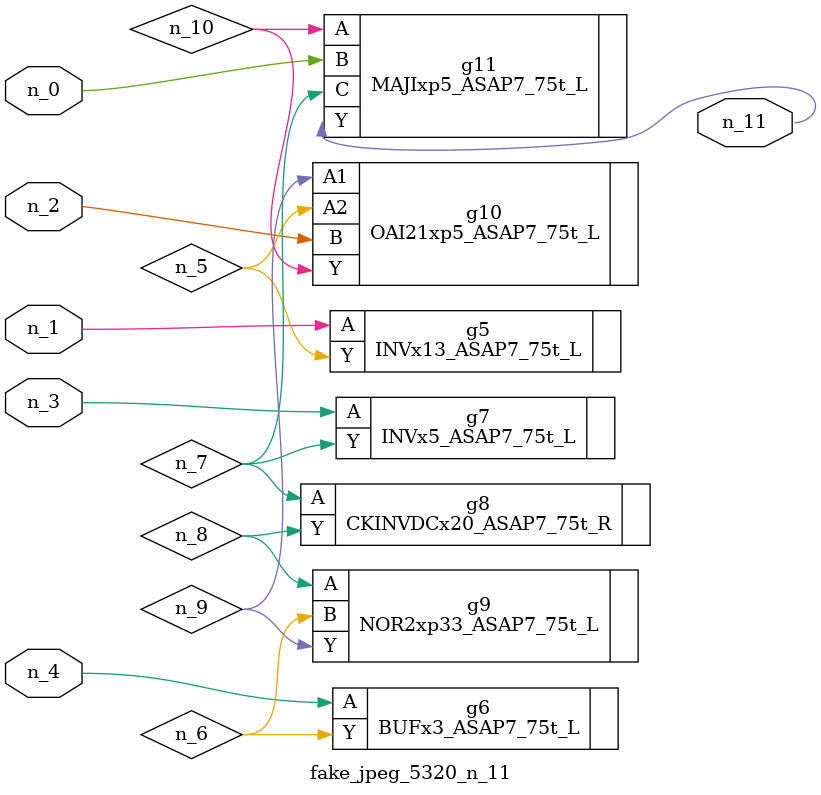
<source format=v>
module fake_jpeg_5320_n_11 (n_3, n_2, n_1, n_0, n_4, n_11);

input n_3;
input n_2;
input n_1;
input n_0;
input n_4;

output n_11;

wire n_10;
wire n_8;
wire n_9;
wire n_6;
wire n_5;
wire n_7;

INVx13_ASAP7_75t_L g5 ( 
.A(n_1),
.Y(n_5)
);

BUFx3_ASAP7_75t_L g6 ( 
.A(n_4),
.Y(n_6)
);

INVx5_ASAP7_75t_L g7 ( 
.A(n_3),
.Y(n_7)
);

CKINVDCx20_ASAP7_75t_R g8 ( 
.A(n_7),
.Y(n_8)
);

NOR2xp33_ASAP7_75t_L g9 ( 
.A(n_8),
.B(n_6),
.Y(n_9)
);

OAI21xp5_ASAP7_75t_L g10 ( 
.A1(n_9),
.A2(n_5),
.B(n_2),
.Y(n_10)
);

MAJIxp5_ASAP7_75t_L g11 ( 
.A(n_10),
.B(n_0),
.C(n_7),
.Y(n_11)
);


endmodule
</source>
